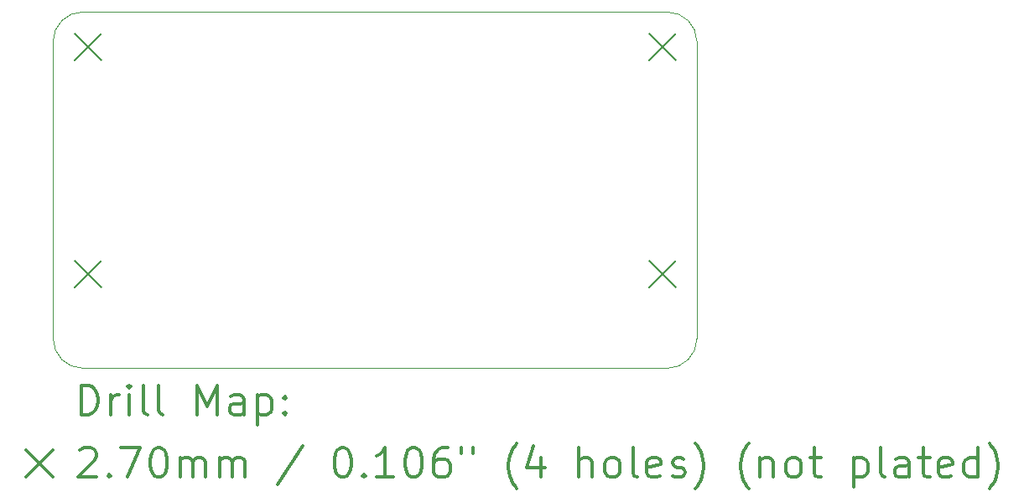
<source format=gbr>
%FSLAX45Y45*%
G04 Gerber Fmt 4.5, Leading zero omitted, Abs format (unit mm)*
G04 Created by KiCad (PCBNEW (5.1.5-0)) date 2020-04-28 13:58:50*
%MOMM*%
%LPD*%
G04 APERTURE LIST*
%TA.AperFunction,Profile*%
%ADD10C,0.100000*%
%TD*%
%ADD11C,0.200000*%
%ADD12C,0.300000*%
G04 APERTURE END LIST*
D10*
X20300000Y-13000000D02*
G75*
G02X20000000Y-12700000I0J300000D01*
G01*
X26500000Y-12700000D02*
G75*
G02X26200000Y-13000000I-300000J0D01*
G01*
X20300000Y-13000000D02*
X26200000Y-13000000D01*
X26500000Y-9700000D02*
G75*
G03X26200000Y-9400000I-300000J0D01*
G01*
X20300000Y-9400000D02*
G75*
G03X20000000Y-9700000I0J-300000D01*
G01*
X26200000Y-9400000D02*
X20300000Y-9400000D01*
X26500000Y-12700000D02*
X26500000Y-9700000D01*
X20000000Y-9700000D02*
X20000000Y-12700000D01*
D11*
X26015000Y-9615000D02*
X26285000Y-9885000D01*
X26285000Y-9615000D02*
X26015000Y-9885000D01*
X26015000Y-11915000D02*
X26285000Y-12185000D01*
X26285000Y-11915000D02*
X26015000Y-12185000D01*
X20215000Y-9615000D02*
X20485000Y-9885000D01*
X20485000Y-9615000D02*
X20215000Y-9885000D01*
X20215000Y-11915000D02*
X20485000Y-12185000D01*
X20485000Y-11915000D02*
X20215000Y-12185000D01*
D12*
X20281428Y-13470714D02*
X20281428Y-13170714D01*
X20352857Y-13170714D01*
X20395714Y-13185000D01*
X20424286Y-13213571D01*
X20438571Y-13242143D01*
X20452857Y-13299286D01*
X20452857Y-13342143D01*
X20438571Y-13399286D01*
X20424286Y-13427857D01*
X20395714Y-13456429D01*
X20352857Y-13470714D01*
X20281428Y-13470714D01*
X20581428Y-13470714D02*
X20581428Y-13270714D01*
X20581428Y-13327857D02*
X20595714Y-13299286D01*
X20610000Y-13285000D01*
X20638571Y-13270714D01*
X20667143Y-13270714D01*
X20767143Y-13470714D02*
X20767143Y-13270714D01*
X20767143Y-13170714D02*
X20752857Y-13185000D01*
X20767143Y-13199286D01*
X20781428Y-13185000D01*
X20767143Y-13170714D01*
X20767143Y-13199286D01*
X20952857Y-13470714D02*
X20924286Y-13456429D01*
X20910000Y-13427857D01*
X20910000Y-13170714D01*
X21110000Y-13470714D02*
X21081428Y-13456429D01*
X21067143Y-13427857D01*
X21067143Y-13170714D01*
X21452857Y-13470714D02*
X21452857Y-13170714D01*
X21552857Y-13385000D01*
X21652857Y-13170714D01*
X21652857Y-13470714D01*
X21924286Y-13470714D02*
X21924286Y-13313571D01*
X21910000Y-13285000D01*
X21881428Y-13270714D01*
X21824286Y-13270714D01*
X21795714Y-13285000D01*
X21924286Y-13456429D02*
X21895714Y-13470714D01*
X21824286Y-13470714D01*
X21795714Y-13456429D01*
X21781428Y-13427857D01*
X21781428Y-13399286D01*
X21795714Y-13370714D01*
X21824286Y-13356429D01*
X21895714Y-13356429D01*
X21924286Y-13342143D01*
X22067143Y-13270714D02*
X22067143Y-13570714D01*
X22067143Y-13285000D02*
X22095714Y-13270714D01*
X22152857Y-13270714D01*
X22181428Y-13285000D01*
X22195714Y-13299286D01*
X22210000Y-13327857D01*
X22210000Y-13413571D01*
X22195714Y-13442143D01*
X22181428Y-13456429D01*
X22152857Y-13470714D01*
X22095714Y-13470714D01*
X22067143Y-13456429D01*
X22338571Y-13442143D02*
X22352857Y-13456429D01*
X22338571Y-13470714D01*
X22324286Y-13456429D01*
X22338571Y-13442143D01*
X22338571Y-13470714D01*
X22338571Y-13285000D02*
X22352857Y-13299286D01*
X22338571Y-13313571D01*
X22324286Y-13299286D01*
X22338571Y-13285000D01*
X22338571Y-13313571D01*
X19725000Y-13830000D02*
X19995000Y-14100000D01*
X19995000Y-13830000D02*
X19725000Y-14100000D01*
X20267143Y-13829286D02*
X20281428Y-13815000D01*
X20310000Y-13800714D01*
X20381428Y-13800714D01*
X20410000Y-13815000D01*
X20424286Y-13829286D01*
X20438571Y-13857857D01*
X20438571Y-13886429D01*
X20424286Y-13929286D01*
X20252857Y-14100714D01*
X20438571Y-14100714D01*
X20567143Y-14072143D02*
X20581428Y-14086429D01*
X20567143Y-14100714D01*
X20552857Y-14086429D01*
X20567143Y-14072143D01*
X20567143Y-14100714D01*
X20681428Y-13800714D02*
X20881428Y-13800714D01*
X20752857Y-14100714D01*
X21052857Y-13800714D02*
X21081428Y-13800714D01*
X21110000Y-13815000D01*
X21124286Y-13829286D01*
X21138571Y-13857857D01*
X21152857Y-13915000D01*
X21152857Y-13986429D01*
X21138571Y-14043571D01*
X21124286Y-14072143D01*
X21110000Y-14086429D01*
X21081428Y-14100714D01*
X21052857Y-14100714D01*
X21024286Y-14086429D01*
X21010000Y-14072143D01*
X20995714Y-14043571D01*
X20981428Y-13986429D01*
X20981428Y-13915000D01*
X20995714Y-13857857D01*
X21010000Y-13829286D01*
X21024286Y-13815000D01*
X21052857Y-13800714D01*
X21281428Y-14100714D02*
X21281428Y-13900714D01*
X21281428Y-13929286D02*
X21295714Y-13915000D01*
X21324286Y-13900714D01*
X21367143Y-13900714D01*
X21395714Y-13915000D01*
X21410000Y-13943571D01*
X21410000Y-14100714D01*
X21410000Y-13943571D02*
X21424286Y-13915000D01*
X21452857Y-13900714D01*
X21495714Y-13900714D01*
X21524286Y-13915000D01*
X21538571Y-13943571D01*
X21538571Y-14100714D01*
X21681428Y-14100714D02*
X21681428Y-13900714D01*
X21681428Y-13929286D02*
X21695714Y-13915000D01*
X21724286Y-13900714D01*
X21767143Y-13900714D01*
X21795714Y-13915000D01*
X21810000Y-13943571D01*
X21810000Y-14100714D01*
X21810000Y-13943571D02*
X21824286Y-13915000D01*
X21852857Y-13900714D01*
X21895714Y-13900714D01*
X21924286Y-13915000D01*
X21938571Y-13943571D01*
X21938571Y-14100714D01*
X22524286Y-13786429D02*
X22267143Y-14172143D01*
X22910000Y-13800714D02*
X22938571Y-13800714D01*
X22967143Y-13815000D01*
X22981428Y-13829286D01*
X22995714Y-13857857D01*
X23010000Y-13915000D01*
X23010000Y-13986429D01*
X22995714Y-14043571D01*
X22981428Y-14072143D01*
X22967143Y-14086429D01*
X22938571Y-14100714D01*
X22910000Y-14100714D01*
X22881428Y-14086429D01*
X22867143Y-14072143D01*
X22852857Y-14043571D01*
X22838571Y-13986429D01*
X22838571Y-13915000D01*
X22852857Y-13857857D01*
X22867143Y-13829286D01*
X22881428Y-13815000D01*
X22910000Y-13800714D01*
X23138571Y-14072143D02*
X23152857Y-14086429D01*
X23138571Y-14100714D01*
X23124286Y-14086429D01*
X23138571Y-14072143D01*
X23138571Y-14100714D01*
X23438571Y-14100714D02*
X23267143Y-14100714D01*
X23352857Y-14100714D02*
X23352857Y-13800714D01*
X23324286Y-13843571D01*
X23295714Y-13872143D01*
X23267143Y-13886429D01*
X23624286Y-13800714D02*
X23652857Y-13800714D01*
X23681428Y-13815000D01*
X23695714Y-13829286D01*
X23710000Y-13857857D01*
X23724286Y-13915000D01*
X23724286Y-13986429D01*
X23710000Y-14043571D01*
X23695714Y-14072143D01*
X23681428Y-14086429D01*
X23652857Y-14100714D01*
X23624286Y-14100714D01*
X23595714Y-14086429D01*
X23581428Y-14072143D01*
X23567143Y-14043571D01*
X23552857Y-13986429D01*
X23552857Y-13915000D01*
X23567143Y-13857857D01*
X23581428Y-13829286D01*
X23595714Y-13815000D01*
X23624286Y-13800714D01*
X23981428Y-13800714D02*
X23924286Y-13800714D01*
X23895714Y-13815000D01*
X23881428Y-13829286D01*
X23852857Y-13872143D01*
X23838571Y-13929286D01*
X23838571Y-14043571D01*
X23852857Y-14072143D01*
X23867143Y-14086429D01*
X23895714Y-14100714D01*
X23952857Y-14100714D01*
X23981428Y-14086429D01*
X23995714Y-14072143D01*
X24010000Y-14043571D01*
X24010000Y-13972143D01*
X23995714Y-13943571D01*
X23981428Y-13929286D01*
X23952857Y-13915000D01*
X23895714Y-13915000D01*
X23867143Y-13929286D01*
X23852857Y-13943571D01*
X23838571Y-13972143D01*
X24124286Y-13800714D02*
X24124286Y-13857857D01*
X24238571Y-13800714D02*
X24238571Y-13857857D01*
X24681428Y-14215000D02*
X24667143Y-14200714D01*
X24638571Y-14157857D01*
X24624286Y-14129286D01*
X24610000Y-14086429D01*
X24595714Y-14015000D01*
X24595714Y-13957857D01*
X24610000Y-13886429D01*
X24624286Y-13843571D01*
X24638571Y-13815000D01*
X24667143Y-13772143D01*
X24681428Y-13757857D01*
X24924286Y-13900714D02*
X24924286Y-14100714D01*
X24852857Y-13786429D02*
X24781428Y-14000714D01*
X24967143Y-14000714D01*
X25310000Y-14100714D02*
X25310000Y-13800714D01*
X25438571Y-14100714D02*
X25438571Y-13943571D01*
X25424286Y-13915000D01*
X25395714Y-13900714D01*
X25352857Y-13900714D01*
X25324286Y-13915000D01*
X25310000Y-13929286D01*
X25624286Y-14100714D02*
X25595714Y-14086429D01*
X25581428Y-14072143D01*
X25567143Y-14043571D01*
X25567143Y-13957857D01*
X25581428Y-13929286D01*
X25595714Y-13915000D01*
X25624286Y-13900714D01*
X25667143Y-13900714D01*
X25695714Y-13915000D01*
X25710000Y-13929286D01*
X25724286Y-13957857D01*
X25724286Y-14043571D01*
X25710000Y-14072143D01*
X25695714Y-14086429D01*
X25667143Y-14100714D01*
X25624286Y-14100714D01*
X25895714Y-14100714D02*
X25867143Y-14086429D01*
X25852857Y-14057857D01*
X25852857Y-13800714D01*
X26124286Y-14086429D02*
X26095714Y-14100714D01*
X26038571Y-14100714D01*
X26010000Y-14086429D01*
X25995714Y-14057857D01*
X25995714Y-13943571D01*
X26010000Y-13915000D01*
X26038571Y-13900714D01*
X26095714Y-13900714D01*
X26124286Y-13915000D01*
X26138571Y-13943571D01*
X26138571Y-13972143D01*
X25995714Y-14000714D01*
X26252857Y-14086429D02*
X26281428Y-14100714D01*
X26338571Y-14100714D01*
X26367143Y-14086429D01*
X26381428Y-14057857D01*
X26381428Y-14043571D01*
X26367143Y-14015000D01*
X26338571Y-14000714D01*
X26295714Y-14000714D01*
X26267143Y-13986429D01*
X26252857Y-13957857D01*
X26252857Y-13943571D01*
X26267143Y-13915000D01*
X26295714Y-13900714D01*
X26338571Y-13900714D01*
X26367143Y-13915000D01*
X26481428Y-14215000D02*
X26495714Y-14200714D01*
X26524286Y-14157857D01*
X26538571Y-14129286D01*
X26552857Y-14086429D01*
X26567143Y-14015000D01*
X26567143Y-13957857D01*
X26552857Y-13886429D01*
X26538571Y-13843571D01*
X26524286Y-13815000D01*
X26495714Y-13772143D01*
X26481428Y-13757857D01*
X27024286Y-14215000D02*
X27010000Y-14200714D01*
X26981428Y-14157857D01*
X26967143Y-14129286D01*
X26952857Y-14086429D01*
X26938571Y-14015000D01*
X26938571Y-13957857D01*
X26952857Y-13886429D01*
X26967143Y-13843571D01*
X26981428Y-13815000D01*
X27010000Y-13772143D01*
X27024286Y-13757857D01*
X27138571Y-13900714D02*
X27138571Y-14100714D01*
X27138571Y-13929286D02*
X27152857Y-13915000D01*
X27181428Y-13900714D01*
X27224286Y-13900714D01*
X27252857Y-13915000D01*
X27267143Y-13943571D01*
X27267143Y-14100714D01*
X27452857Y-14100714D02*
X27424286Y-14086429D01*
X27410000Y-14072143D01*
X27395714Y-14043571D01*
X27395714Y-13957857D01*
X27410000Y-13929286D01*
X27424286Y-13915000D01*
X27452857Y-13900714D01*
X27495714Y-13900714D01*
X27524286Y-13915000D01*
X27538571Y-13929286D01*
X27552857Y-13957857D01*
X27552857Y-14043571D01*
X27538571Y-14072143D01*
X27524286Y-14086429D01*
X27495714Y-14100714D01*
X27452857Y-14100714D01*
X27638571Y-13900714D02*
X27752857Y-13900714D01*
X27681428Y-13800714D02*
X27681428Y-14057857D01*
X27695714Y-14086429D01*
X27724286Y-14100714D01*
X27752857Y-14100714D01*
X28081428Y-13900714D02*
X28081428Y-14200714D01*
X28081428Y-13915000D02*
X28110000Y-13900714D01*
X28167143Y-13900714D01*
X28195714Y-13915000D01*
X28210000Y-13929286D01*
X28224286Y-13957857D01*
X28224286Y-14043571D01*
X28210000Y-14072143D01*
X28195714Y-14086429D01*
X28167143Y-14100714D01*
X28110000Y-14100714D01*
X28081428Y-14086429D01*
X28395714Y-14100714D02*
X28367143Y-14086429D01*
X28352857Y-14057857D01*
X28352857Y-13800714D01*
X28638571Y-14100714D02*
X28638571Y-13943571D01*
X28624286Y-13915000D01*
X28595714Y-13900714D01*
X28538571Y-13900714D01*
X28510000Y-13915000D01*
X28638571Y-14086429D02*
X28610000Y-14100714D01*
X28538571Y-14100714D01*
X28510000Y-14086429D01*
X28495714Y-14057857D01*
X28495714Y-14029286D01*
X28510000Y-14000714D01*
X28538571Y-13986429D01*
X28610000Y-13986429D01*
X28638571Y-13972143D01*
X28738571Y-13900714D02*
X28852857Y-13900714D01*
X28781428Y-13800714D02*
X28781428Y-14057857D01*
X28795714Y-14086429D01*
X28824286Y-14100714D01*
X28852857Y-14100714D01*
X29067143Y-14086429D02*
X29038571Y-14100714D01*
X28981428Y-14100714D01*
X28952857Y-14086429D01*
X28938571Y-14057857D01*
X28938571Y-13943571D01*
X28952857Y-13915000D01*
X28981428Y-13900714D01*
X29038571Y-13900714D01*
X29067143Y-13915000D01*
X29081428Y-13943571D01*
X29081428Y-13972143D01*
X28938571Y-14000714D01*
X29338571Y-14100714D02*
X29338571Y-13800714D01*
X29338571Y-14086429D02*
X29310000Y-14100714D01*
X29252857Y-14100714D01*
X29224286Y-14086429D01*
X29210000Y-14072143D01*
X29195714Y-14043571D01*
X29195714Y-13957857D01*
X29210000Y-13929286D01*
X29224286Y-13915000D01*
X29252857Y-13900714D01*
X29310000Y-13900714D01*
X29338571Y-13915000D01*
X29452857Y-14215000D02*
X29467143Y-14200714D01*
X29495714Y-14157857D01*
X29510000Y-14129286D01*
X29524286Y-14086429D01*
X29538571Y-14015000D01*
X29538571Y-13957857D01*
X29524286Y-13886429D01*
X29510000Y-13843571D01*
X29495714Y-13815000D01*
X29467143Y-13772143D01*
X29452857Y-13757857D01*
M02*

</source>
